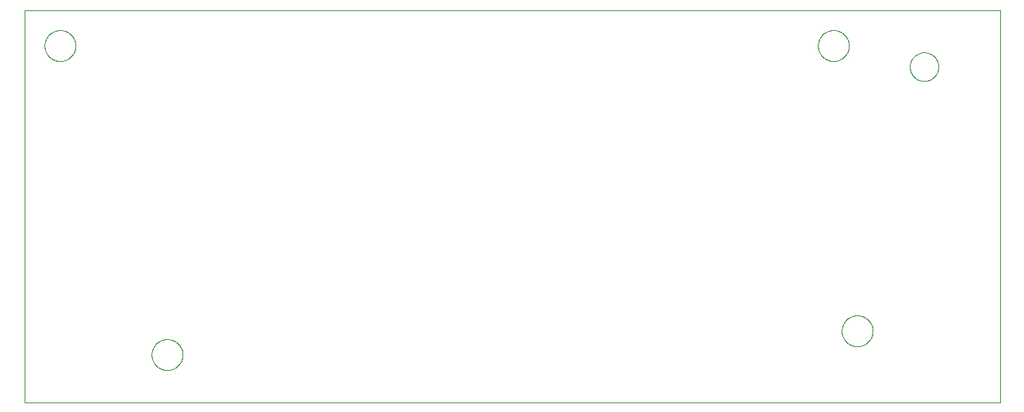
<source format=gko>
G75*
%MOIN*%
%OFA0B0*%
%FSLAX25Y25*%
%IPPOS*%
%LPD*%
%AMOC8*
5,1,8,0,0,1.08239X$1,22.5*
%
%ADD10C,0.00000*%
D10*
X0001000Y0001000D02*
X0001000Y0166000D01*
X0411000Y0166000D01*
X0411000Y0001000D01*
X0001000Y0001000D01*
X0054500Y0021000D02*
X0054502Y0021161D01*
X0054508Y0021321D01*
X0054518Y0021482D01*
X0054532Y0021642D01*
X0054550Y0021802D01*
X0054571Y0021961D01*
X0054597Y0022120D01*
X0054627Y0022278D01*
X0054660Y0022435D01*
X0054698Y0022592D01*
X0054739Y0022747D01*
X0054784Y0022901D01*
X0054833Y0023054D01*
X0054886Y0023206D01*
X0054942Y0023357D01*
X0055003Y0023506D01*
X0055066Y0023654D01*
X0055134Y0023800D01*
X0055205Y0023944D01*
X0055279Y0024086D01*
X0055357Y0024227D01*
X0055439Y0024365D01*
X0055524Y0024502D01*
X0055612Y0024636D01*
X0055704Y0024768D01*
X0055799Y0024898D01*
X0055897Y0025026D01*
X0055998Y0025151D01*
X0056102Y0025273D01*
X0056209Y0025393D01*
X0056319Y0025510D01*
X0056432Y0025625D01*
X0056548Y0025736D01*
X0056667Y0025845D01*
X0056788Y0025950D01*
X0056912Y0026053D01*
X0057038Y0026153D01*
X0057166Y0026249D01*
X0057297Y0026342D01*
X0057431Y0026432D01*
X0057566Y0026519D01*
X0057704Y0026602D01*
X0057843Y0026682D01*
X0057985Y0026758D01*
X0058128Y0026831D01*
X0058273Y0026900D01*
X0058420Y0026966D01*
X0058568Y0027028D01*
X0058718Y0027086D01*
X0058869Y0027141D01*
X0059022Y0027192D01*
X0059176Y0027239D01*
X0059331Y0027282D01*
X0059487Y0027321D01*
X0059643Y0027357D01*
X0059801Y0027388D01*
X0059959Y0027416D01*
X0060118Y0027440D01*
X0060278Y0027460D01*
X0060438Y0027476D01*
X0060598Y0027488D01*
X0060759Y0027496D01*
X0060920Y0027500D01*
X0061080Y0027500D01*
X0061241Y0027496D01*
X0061402Y0027488D01*
X0061562Y0027476D01*
X0061722Y0027460D01*
X0061882Y0027440D01*
X0062041Y0027416D01*
X0062199Y0027388D01*
X0062357Y0027357D01*
X0062513Y0027321D01*
X0062669Y0027282D01*
X0062824Y0027239D01*
X0062978Y0027192D01*
X0063131Y0027141D01*
X0063282Y0027086D01*
X0063432Y0027028D01*
X0063580Y0026966D01*
X0063727Y0026900D01*
X0063872Y0026831D01*
X0064015Y0026758D01*
X0064157Y0026682D01*
X0064296Y0026602D01*
X0064434Y0026519D01*
X0064569Y0026432D01*
X0064703Y0026342D01*
X0064834Y0026249D01*
X0064962Y0026153D01*
X0065088Y0026053D01*
X0065212Y0025950D01*
X0065333Y0025845D01*
X0065452Y0025736D01*
X0065568Y0025625D01*
X0065681Y0025510D01*
X0065791Y0025393D01*
X0065898Y0025273D01*
X0066002Y0025151D01*
X0066103Y0025026D01*
X0066201Y0024898D01*
X0066296Y0024768D01*
X0066388Y0024636D01*
X0066476Y0024502D01*
X0066561Y0024365D01*
X0066643Y0024227D01*
X0066721Y0024086D01*
X0066795Y0023944D01*
X0066866Y0023800D01*
X0066934Y0023654D01*
X0066997Y0023506D01*
X0067058Y0023357D01*
X0067114Y0023206D01*
X0067167Y0023054D01*
X0067216Y0022901D01*
X0067261Y0022747D01*
X0067302Y0022592D01*
X0067340Y0022435D01*
X0067373Y0022278D01*
X0067403Y0022120D01*
X0067429Y0021961D01*
X0067450Y0021802D01*
X0067468Y0021642D01*
X0067482Y0021482D01*
X0067492Y0021321D01*
X0067498Y0021161D01*
X0067500Y0021000D01*
X0067498Y0020839D01*
X0067492Y0020679D01*
X0067482Y0020518D01*
X0067468Y0020358D01*
X0067450Y0020198D01*
X0067429Y0020039D01*
X0067403Y0019880D01*
X0067373Y0019722D01*
X0067340Y0019565D01*
X0067302Y0019408D01*
X0067261Y0019253D01*
X0067216Y0019099D01*
X0067167Y0018946D01*
X0067114Y0018794D01*
X0067058Y0018643D01*
X0066997Y0018494D01*
X0066934Y0018346D01*
X0066866Y0018200D01*
X0066795Y0018056D01*
X0066721Y0017914D01*
X0066643Y0017773D01*
X0066561Y0017635D01*
X0066476Y0017498D01*
X0066388Y0017364D01*
X0066296Y0017232D01*
X0066201Y0017102D01*
X0066103Y0016974D01*
X0066002Y0016849D01*
X0065898Y0016727D01*
X0065791Y0016607D01*
X0065681Y0016490D01*
X0065568Y0016375D01*
X0065452Y0016264D01*
X0065333Y0016155D01*
X0065212Y0016050D01*
X0065088Y0015947D01*
X0064962Y0015847D01*
X0064834Y0015751D01*
X0064703Y0015658D01*
X0064569Y0015568D01*
X0064434Y0015481D01*
X0064296Y0015398D01*
X0064157Y0015318D01*
X0064015Y0015242D01*
X0063872Y0015169D01*
X0063727Y0015100D01*
X0063580Y0015034D01*
X0063432Y0014972D01*
X0063282Y0014914D01*
X0063131Y0014859D01*
X0062978Y0014808D01*
X0062824Y0014761D01*
X0062669Y0014718D01*
X0062513Y0014679D01*
X0062357Y0014643D01*
X0062199Y0014612D01*
X0062041Y0014584D01*
X0061882Y0014560D01*
X0061722Y0014540D01*
X0061562Y0014524D01*
X0061402Y0014512D01*
X0061241Y0014504D01*
X0061080Y0014500D01*
X0060920Y0014500D01*
X0060759Y0014504D01*
X0060598Y0014512D01*
X0060438Y0014524D01*
X0060278Y0014540D01*
X0060118Y0014560D01*
X0059959Y0014584D01*
X0059801Y0014612D01*
X0059643Y0014643D01*
X0059487Y0014679D01*
X0059331Y0014718D01*
X0059176Y0014761D01*
X0059022Y0014808D01*
X0058869Y0014859D01*
X0058718Y0014914D01*
X0058568Y0014972D01*
X0058420Y0015034D01*
X0058273Y0015100D01*
X0058128Y0015169D01*
X0057985Y0015242D01*
X0057843Y0015318D01*
X0057704Y0015398D01*
X0057566Y0015481D01*
X0057431Y0015568D01*
X0057297Y0015658D01*
X0057166Y0015751D01*
X0057038Y0015847D01*
X0056912Y0015947D01*
X0056788Y0016050D01*
X0056667Y0016155D01*
X0056548Y0016264D01*
X0056432Y0016375D01*
X0056319Y0016490D01*
X0056209Y0016607D01*
X0056102Y0016727D01*
X0055998Y0016849D01*
X0055897Y0016974D01*
X0055799Y0017102D01*
X0055704Y0017232D01*
X0055612Y0017364D01*
X0055524Y0017498D01*
X0055439Y0017635D01*
X0055357Y0017773D01*
X0055279Y0017914D01*
X0055205Y0018056D01*
X0055134Y0018200D01*
X0055066Y0018346D01*
X0055003Y0018494D01*
X0054942Y0018643D01*
X0054886Y0018794D01*
X0054833Y0018946D01*
X0054784Y0019099D01*
X0054739Y0019253D01*
X0054698Y0019408D01*
X0054660Y0019565D01*
X0054627Y0019722D01*
X0054597Y0019880D01*
X0054571Y0020039D01*
X0054550Y0020198D01*
X0054532Y0020358D01*
X0054518Y0020518D01*
X0054508Y0020679D01*
X0054502Y0020839D01*
X0054500Y0021000D01*
X0344500Y0031000D02*
X0344502Y0031161D01*
X0344508Y0031321D01*
X0344518Y0031482D01*
X0344532Y0031642D01*
X0344550Y0031802D01*
X0344571Y0031961D01*
X0344597Y0032120D01*
X0344627Y0032278D01*
X0344660Y0032435D01*
X0344698Y0032592D01*
X0344739Y0032747D01*
X0344784Y0032901D01*
X0344833Y0033054D01*
X0344886Y0033206D01*
X0344942Y0033357D01*
X0345003Y0033506D01*
X0345066Y0033654D01*
X0345134Y0033800D01*
X0345205Y0033944D01*
X0345279Y0034086D01*
X0345357Y0034227D01*
X0345439Y0034365D01*
X0345524Y0034502D01*
X0345612Y0034636D01*
X0345704Y0034768D01*
X0345799Y0034898D01*
X0345897Y0035026D01*
X0345998Y0035151D01*
X0346102Y0035273D01*
X0346209Y0035393D01*
X0346319Y0035510D01*
X0346432Y0035625D01*
X0346548Y0035736D01*
X0346667Y0035845D01*
X0346788Y0035950D01*
X0346912Y0036053D01*
X0347038Y0036153D01*
X0347166Y0036249D01*
X0347297Y0036342D01*
X0347431Y0036432D01*
X0347566Y0036519D01*
X0347704Y0036602D01*
X0347843Y0036682D01*
X0347985Y0036758D01*
X0348128Y0036831D01*
X0348273Y0036900D01*
X0348420Y0036966D01*
X0348568Y0037028D01*
X0348718Y0037086D01*
X0348869Y0037141D01*
X0349022Y0037192D01*
X0349176Y0037239D01*
X0349331Y0037282D01*
X0349487Y0037321D01*
X0349643Y0037357D01*
X0349801Y0037388D01*
X0349959Y0037416D01*
X0350118Y0037440D01*
X0350278Y0037460D01*
X0350438Y0037476D01*
X0350598Y0037488D01*
X0350759Y0037496D01*
X0350920Y0037500D01*
X0351080Y0037500D01*
X0351241Y0037496D01*
X0351402Y0037488D01*
X0351562Y0037476D01*
X0351722Y0037460D01*
X0351882Y0037440D01*
X0352041Y0037416D01*
X0352199Y0037388D01*
X0352357Y0037357D01*
X0352513Y0037321D01*
X0352669Y0037282D01*
X0352824Y0037239D01*
X0352978Y0037192D01*
X0353131Y0037141D01*
X0353282Y0037086D01*
X0353432Y0037028D01*
X0353580Y0036966D01*
X0353727Y0036900D01*
X0353872Y0036831D01*
X0354015Y0036758D01*
X0354157Y0036682D01*
X0354296Y0036602D01*
X0354434Y0036519D01*
X0354569Y0036432D01*
X0354703Y0036342D01*
X0354834Y0036249D01*
X0354962Y0036153D01*
X0355088Y0036053D01*
X0355212Y0035950D01*
X0355333Y0035845D01*
X0355452Y0035736D01*
X0355568Y0035625D01*
X0355681Y0035510D01*
X0355791Y0035393D01*
X0355898Y0035273D01*
X0356002Y0035151D01*
X0356103Y0035026D01*
X0356201Y0034898D01*
X0356296Y0034768D01*
X0356388Y0034636D01*
X0356476Y0034502D01*
X0356561Y0034365D01*
X0356643Y0034227D01*
X0356721Y0034086D01*
X0356795Y0033944D01*
X0356866Y0033800D01*
X0356934Y0033654D01*
X0356997Y0033506D01*
X0357058Y0033357D01*
X0357114Y0033206D01*
X0357167Y0033054D01*
X0357216Y0032901D01*
X0357261Y0032747D01*
X0357302Y0032592D01*
X0357340Y0032435D01*
X0357373Y0032278D01*
X0357403Y0032120D01*
X0357429Y0031961D01*
X0357450Y0031802D01*
X0357468Y0031642D01*
X0357482Y0031482D01*
X0357492Y0031321D01*
X0357498Y0031161D01*
X0357500Y0031000D01*
X0357498Y0030839D01*
X0357492Y0030679D01*
X0357482Y0030518D01*
X0357468Y0030358D01*
X0357450Y0030198D01*
X0357429Y0030039D01*
X0357403Y0029880D01*
X0357373Y0029722D01*
X0357340Y0029565D01*
X0357302Y0029408D01*
X0357261Y0029253D01*
X0357216Y0029099D01*
X0357167Y0028946D01*
X0357114Y0028794D01*
X0357058Y0028643D01*
X0356997Y0028494D01*
X0356934Y0028346D01*
X0356866Y0028200D01*
X0356795Y0028056D01*
X0356721Y0027914D01*
X0356643Y0027773D01*
X0356561Y0027635D01*
X0356476Y0027498D01*
X0356388Y0027364D01*
X0356296Y0027232D01*
X0356201Y0027102D01*
X0356103Y0026974D01*
X0356002Y0026849D01*
X0355898Y0026727D01*
X0355791Y0026607D01*
X0355681Y0026490D01*
X0355568Y0026375D01*
X0355452Y0026264D01*
X0355333Y0026155D01*
X0355212Y0026050D01*
X0355088Y0025947D01*
X0354962Y0025847D01*
X0354834Y0025751D01*
X0354703Y0025658D01*
X0354569Y0025568D01*
X0354434Y0025481D01*
X0354296Y0025398D01*
X0354157Y0025318D01*
X0354015Y0025242D01*
X0353872Y0025169D01*
X0353727Y0025100D01*
X0353580Y0025034D01*
X0353432Y0024972D01*
X0353282Y0024914D01*
X0353131Y0024859D01*
X0352978Y0024808D01*
X0352824Y0024761D01*
X0352669Y0024718D01*
X0352513Y0024679D01*
X0352357Y0024643D01*
X0352199Y0024612D01*
X0352041Y0024584D01*
X0351882Y0024560D01*
X0351722Y0024540D01*
X0351562Y0024524D01*
X0351402Y0024512D01*
X0351241Y0024504D01*
X0351080Y0024500D01*
X0350920Y0024500D01*
X0350759Y0024504D01*
X0350598Y0024512D01*
X0350438Y0024524D01*
X0350278Y0024540D01*
X0350118Y0024560D01*
X0349959Y0024584D01*
X0349801Y0024612D01*
X0349643Y0024643D01*
X0349487Y0024679D01*
X0349331Y0024718D01*
X0349176Y0024761D01*
X0349022Y0024808D01*
X0348869Y0024859D01*
X0348718Y0024914D01*
X0348568Y0024972D01*
X0348420Y0025034D01*
X0348273Y0025100D01*
X0348128Y0025169D01*
X0347985Y0025242D01*
X0347843Y0025318D01*
X0347704Y0025398D01*
X0347566Y0025481D01*
X0347431Y0025568D01*
X0347297Y0025658D01*
X0347166Y0025751D01*
X0347038Y0025847D01*
X0346912Y0025947D01*
X0346788Y0026050D01*
X0346667Y0026155D01*
X0346548Y0026264D01*
X0346432Y0026375D01*
X0346319Y0026490D01*
X0346209Y0026607D01*
X0346102Y0026727D01*
X0345998Y0026849D01*
X0345897Y0026974D01*
X0345799Y0027102D01*
X0345704Y0027232D01*
X0345612Y0027364D01*
X0345524Y0027498D01*
X0345439Y0027635D01*
X0345357Y0027773D01*
X0345279Y0027914D01*
X0345205Y0028056D01*
X0345134Y0028200D01*
X0345066Y0028346D01*
X0345003Y0028494D01*
X0344942Y0028643D01*
X0344886Y0028794D01*
X0344833Y0028946D01*
X0344784Y0029099D01*
X0344739Y0029253D01*
X0344698Y0029408D01*
X0344660Y0029565D01*
X0344627Y0029722D01*
X0344597Y0029880D01*
X0344571Y0030039D01*
X0344550Y0030198D01*
X0344532Y0030358D01*
X0344518Y0030518D01*
X0344508Y0030679D01*
X0344502Y0030839D01*
X0344500Y0031000D01*
X0373106Y0142142D02*
X0373108Y0142297D01*
X0373114Y0142451D01*
X0373124Y0142605D01*
X0373138Y0142759D01*
X0373156Y0142913D01*
X0373178Y0143066D01*
X0373203Y0143218D01*
X0373233Y0143370D01*
X0373267Y0143521D01*
X0373304Y0143671D01*
X0373345Y0143820D01*
X0373390Y0143968D01*
X0373439Y0144115D01*
X0373492Y0144260D01*
X0373548Y0144404D01*
X0373608Y0144546D01*
X0373672Y0144687D01*
X0373739Y0144826D01*
X0373810Y0144964D01*
X0373885Y0145099D01*
X0373963Y0145233D01*
X0374044Y0145364D01*
X0374129Y0145494D01*
X0374217Y0145621D01*
X0374308Y0145746D01*
X0374402Y0145868D01*
X0374500Y0145988D01*
X0374600Y0146106D01*
X0374704Y0146220D01*
X0374810Y0146332D01*
X0374920Y0146442D01*
X0375032Y0146548D01*
X0375146Y0146652D01*
X0375264Y0146752D01*
X0375384Y0146850D01*
X0375506Y0146944D01*
X0375631Y0147035D01*
X0375758Y0147123D01*
X0375888Y0147208D01*
X0376019Y0147289D01*
X0376153Y0147367D01*
X0376288Y0147442D01*
X0376426Y0147513D01*
X0376565Y0147580D01*
X0376706Y0147644D01*
X0376848Y0147704D01*
X0376992Y0147760D01*
X0377137Y0147813D01*
X0377284Y0147862D01*
X0377432Y0147907D01*
X0377581Y0147948D01*
X0377731Y0147985D01*
X0377882Y0148019D01*
X0378034Y0148049D01*
X0378186Y0148074D01*
X0378339Y0148096D01*
X0378493Y0148114D01*
X0378647Y0148128D01*
X0378801Y0148138D01*
X0378955Y0148144D01*
X0379110Y0148146D01*
X0379265Y0148144D01*
X0379419Y0148138D01*
X0379573Y0148128D01*
X0379727Y0148114D01*
X0379881Y0148096D01*
X0380034Y0148074D01*
X0380186Y0148049D01*
X0380338Y0148019D01*
X0380489Y0147985D01*
X0380639Y0147948D01*
X0380788Y0147907D01*
X0380936Y0147862D01*
X0381083Y0147813D01*
X0381228Y0147760D01*
X0381372Y0147704D01*
X0381514Y0147644D01*
X0381655Y0147580D01*
X0381794Y0147513D01*
X0381932Y0147442D01*
X0382067Y0147367D01*
X0382201Y0147289D01*
X0382332Y0147208D01*
X0382462Y0147123D01*
X0382589Y0147035D01*
X0382714Y0146944D01*
X0382836Y0146850D01*
X0382956Y0146752D01*
X0383074Y0146652D01*
X0383188Y0146548D01*
X0383300Y0146442D01*
X0383410Y0146332D01*
X0383516Y0146220D01*
X0383620Y0146106D01*
X0383720Y0145988D01*
X0383818Y0145868D01*
X0383912Y0145746D01*
X0384003Y0145621D01*
X0384091Y0145494D01*
X0384176Y0145364D01*
X0384257Y0145233D01*
X0384335Y0145099D01*
X0384410Y0144964D01*
X0384481Y0144826D01*
X0384548Y0144687D01*
X0384612Y0144546D01*
X0384672Y0144404D01*
X0384728Y0144260D01*
X0384781Y0144115D01*
X0384830Y0143968D01*
X0384875Y0143820D01*
X0384916Y0143671D01*
X0384953Y0143521D01*
X0384987Y0143370D01*
X0385017Y0143218D01*
X0385042Y0143066D01*
X0385064Y0142913D01*
X0385082Y0142759D01*
X0385096Y0142605D01*
X0385106Y0142451D01*
X0385112Y0142297D01*
X0385114Y0142142D01*
X0385112Y0141987D01*
X0385106Y0141833D01*
X0385096Y0141679D01*
X0385082Y0141525D01*
X0385064Y0141371D01*
X0385042Y0141218D01*
X0385017Y0141066D01*
X0384987Y0140914D01*
X0384953Y0140763D01*
X0384916Y0140613D01*
X0384875Y0140464D01*
X0384830Y0140316D01*
X0384781Y0140169D01*
X0384728Y0140024D01*
X0384672Y0139880D01*
X0384612Y0139738D01*
X0384548Y0139597D01*
X0384481Y0139458D01*
X0384410Y0139320D01*
X0384335Y0139185D01*
X0384257Y0139051D01*
X0384176Y0138920D01*
X0384091Y0138790D01*
X0384003Y0138663D01*
X0383912Y0138538D01*
X0383818Y0138416D01*
X0383720Y0138296D01*
X0383620Y0138178D01*
X0383516Y0138064D01*
X0383410Y0137952D01*
X0383300Y0137842D01*
X0383188Y0137736D01*
X0383074Y0137632D01*
X0382956Y0137532D01*
X0382836Y0137434D01*
X0382714Y0137340D01*
X0382589Y0137249D01*
X0382462Y0137161D01*
X0382332Y0137076D01*
X0382201Y0136995D01*
X0382067Y0136917D01*
X0381932Y0136842D01*
X0381794Y0136771D01*
X0381655Y0136704D01*
X0381514Y0136640D01*
X0381372Y0136580D01*
X0381228Y0136524D01*
X0381083Y0136471D01*
X0380936Y0136422D01*
X0380788Y0136377D01*
X0380639Y0136336D01*
X0380489Y0136299D01*
X0380338Y0136265D01*
X0380186Y0136235D01*
X0380034Y0136210D01*
X0379881Y0136188D01*
X0379727Y0136170D01*
X0379573Y0136156D01*
X0379419Y0136146D01*
X0379265Y0136140D01*
X0379110Y0136138D01*
X0378955Y0136140D01*
X0378801Y0136146D01*
X0378647Y0136156D01*
X0378493Y0136170D01*
X0378339Y0136188D01*
X0378186Y0136210D01*
X0378034Y0136235D01*
X0377882Y0136265D01*
X0377731Y0136299D01*
X0377581Y0136336D01*
X0377432Y0136377D01*
X0377284Y0136422D01*
X0377137Y0136471D01*
X0376992Y0136524D01*
X0376848Y0136580D01*
X0376706Y0136640D01*
X0376565Y0136704D01*
X0376426Y0136771D01*
X0376288Y0136842D01*
X0376153Y0136917D01*
X0376019Y0136995D01*
X0375888Y0137076D01*
X0375758Y0137161D01*
X0375631Y0137249D01*
X0375506Y0137340D01*
X0375384Y0137434D01*
X0375264Y0137532D01*
X0375146Y0137632D01*
X0375032Y0137736D01*
X0374920Y0137842D01*
X0374810Y0137952D01*
X0374704Y0138064D01*
X0374600Y0138178D01*
X0374500Y0138296D01*
X0374402Y0138416D01*
X0374308Y0138538D01*
X0374217Y0138663D01*
X0374129Y0138790D01*
X0374044Y0138920D01*
X0373963Y0139051D01*
X0373885Y0139185D01*
X0373810Y0139320D01*
X0373739Y0139458D01*
X0373672Y0139597D01*
X0373608Y0139738D01*
X0373548Y0139880D01*
X0373492Y0140024D01*
X0373439Y0140169D01*
X0373390Y0140316D01*
X0373345Y0140464D01*
X0373304Y0140613D01*
X0373267Y0140763D01*
X0373233Y0140914D01*
X0373203Y0141066D01*
X0373178Y0141218D01*
X0373156Y0141371D01*
X0373138Y0141525D01*
X0373124Y0141679D01*
X0373114Y0141833D01*
X0373108Y0141987D01*
X0373106Y0142142D01*
X0334500Y0151000D02*
X0334502Y0151161D01*
X0334508Y0151321D01*
X0334518Y0151482D01*
X0334532Y0151642D01*
X0334550Y0151802D01*
X0334571Y0151961D01*
X0334597Y0152120D01*
X0334627Y0152278D01*
X0334660Y0152435D01*
X0334698Y0152592D01*
X0334739Y0152747D01*
X0334784Y0152901D01*
X0334833Y0153054D01*
X0334886Y0153206D01*
X0334942Y0153357D01*
X0335003Y0153506D01*
X0335066Y0153654D01*
X0335134Y0153800D01*
X0335205Y0153944D01*
X0335279Y0154086D01*
X0335357Y0154227D01*
X0335439Y0154365D01*
X0335524Y0154502D01*
X0335612Y0154636D01*
X0335704Y0154768D01*
X0335799Y0154898D01*
X0335897Y0155026D01*
X0335998Y0155151D01*
X0336102Y0155273D01*
X0336209Y0155393D01*
X0336319Y0155510D01*
X0336432Y0155625D01*
X0336548Y0155736D01*
X0336667Y0155845D01*
X0336788Y0155950D01*
X0336912Y0156053D01*
X0337038Y0156153D01*
X0337166Y0156249D01*
X0337297Y0156342D01*
X0337431Y0156432D01*
X0337566Y0156519D01*
X0337704Y0156602D01*
X0337843Y0156682D01*
X0337985Y0156758D01*
X0338128Y0156831D01*
X0338273Y0156900D01*
X0338420Y0156966D01*
X0338568Y0157028D01*
X0338718Y0157086D01*
X0338869Y0157141D01*
X0339022Y0157192D01*
X0339176Y0157239D01*
X0339331Y0157282D01*
X0339487Y0157321D01*
X0339643Y0157357D01*
X0339801Y0157388D01*
X0339959Y0157416D01*
X0340118Y0157440D01*
X0340278Y0157460D01*
X0340438Y0157476D01*
X0340598Y0157488D01*
X0340759Y0157496D01*
X0340920Y0157500D01*
X0341080Y0157500D01*
X0341241Y0157496D01*
X0341402Y0157488D01*
X0341562Y0157476D01*
X0341722Y0157460D01*
X0341882Y0157440D01*
X0342041Y0157416D01*
X0342199Y0157388D01*
X0342357Y0157357D01*
X0342513Y0157321D01*
X0342669Y0157282D01*
X0342824Y0157239D01*
X0342978Y0157192D01*
X0343131Y0157141D01*
X0343282Y0157086D01*
X0343432Y0157028D01*
X0343580Y0156966D01*
X0343727Y0156900D01*
X0343872Y0156831D01*
X0344015Y0156758D01*
X0344157Y0156682D01*
X0344296Y0156602D01*
X0344434Y0156519D01*
X0344569Y0156432D01*
X0344703Y0156342D01*
X0344834Y0156249D01*
X0344962Y0156153D01*
X0345088Y0156053D01*
X0345212Y0155950D01*
X0345333Y0155845D01*
X0345452Y0155736D01*
X0345568Y0155625D01*
X0345681Y0155510D01*
X0345791Y0155393D01*
X0345898Y0155273D01*
X0346002Y0155151D01*
X0346103Y0155026D01*
X0346201Y0154898D01*
X0346296Y0154768D01*
X0346388Y0154636D01*
X0346476Y0154502D01*
X0346561Y0154365D01*
X0346643Y0154227D01*
X0346721Y0154086D01*
X0346795Y0153944D01*
X0346866Y0153800D01*
X0346934Y0153654D01*
X0346997Y0153506D01*
X0347058Y0153357D01*
X0347114Y0153206D01*
X0347167Y0153054D01*
X0347216Y0152901D01*
X0347261Y0152747D01*
X0347302Y0152592D01*
X0347340Y0152435D01*
X0347373Y0152278D01*
X0347403Y0152120D01*
X0347429Y0151961D01*
X0347450Y0151802D01*
X0347468Y0151642D01*
X0347482Y0151482D01*
X0347492Y0151321D01*
X0347498Y0151161D01*
X0347500Y0151000D01*
X0347498Y0150839D01*
X0347492Y0150679D01*
X0347482Y0150518D01*
X0347468Y0150358D01*
X0347450Y0150198D01*
X0347429Y0150039D01*
X0347403Y0149880D01*
X0347373Y0149722D01*
X0347340Y0149565D01*
X0347302Y0149408D01*
X0347261Y0149253D01*
X0347216Y0149099D01*
X0347167Y0148946D01*
X0347114Y0148794D01*
X0347058Y0148643D01*
X0346997Y0148494D01*
X0346934Y0148346D01*
X0346866Y0148200D01*
X0346795Y0148056D01*
X0346721Y0147914D01*
X0346643Y0147773D01*
X0346561Y0147635D01*
X0346476Y0147498D01*
X0346388Y0147364D01*
X0346296Y0147232D01*
X0346201Y0147102D01*
X0346103Y0146974D01*
X0346002Y0146849D01*
X0345898Y0146727D01*
X0345791Y0146607D01*
X0345681Y0146490D01*
X0345568Y0146375D01*
X0345452Y0146264D01*
X0345333Y0146155D01*
X0345212Y0146050D01*
X0345088Y0145947D01*
X0344962Y0145847D01*
X0344834Y0145751D01*
X0344703Y0145658D01*
X0344569Y0145568D01*
X0344434Y0145481D01*
X0344296Y0145398D01*
X0344157Y0145318D01*
X0344015Y0145242D01*
X0343872Y0145169D01*
X0343727Y0145100D01*
X0343580Y0145034D01*
X0343432Y0144972D01*
X0343282Y0144914D01*
X0343131Y0144859D01*
X0342978Y0144808D01*
X0342824Y0144761D01*
X0342669Y0144718D01*
X0342513Y0144679D01*
X0342357Y0144643D01*
X0342199Y0144612D01*
X0342041Y0144584D01*
X0341882Y0144560D01*
X0341722Y0144540D01*
X0341562Y0144524D01*
X0341402Y0144512D01*
X0341241Y0144504D01*
X0341080Y0144500D01*
X0340920Y0144500D01*
X0340759Y0144504D01*
X0340598Y0144512D01*
X0340438Y0144524D01*
X0340278Y0144540D01*
X0340118Y0144560D01*
X0339959Y0144584D01*
X0339801Y0144612D01*
X0339643Y0144643D01*
X0339487Y0144679D01*
X0339331Y0144718D01*
X0339176Y0144761D01*
X0339022Y0144808D01*
X0338869Y0144859D01*
X0338718Y0144914D01*
X0338568Y0144972D01*
X0338420Y0145034D01*
X0338273Y0145100D01*
X0338128Y0145169D01*
X0337985Y0145242D01*
X0337843Y0145318D01*
X0337704Y0145398D01*
X0337566Y0145481D01*
X0337431Y0145568D01*
X0337297Y0145658D01*
X0337166Y0145751D01*
X0337038Y0145847D01*
X0336912Y0145947D01*
X0336788Y0146050D01*
X0336667Y0146155D01*
X0336548Y0146264D01*
X0336432Y0146375D01*
X0336319Y0146490D01*
X0336209Y0146607D01*
X0336102Y0146727D01*
X0335998Y0146849D01*
X0335897Y0146974D01*
X0335799Y0147102D01*
X0335704Y0147232D01*
X0335612Y0147364D01*
X0335524Y0147498D01*
X0335439Y0147635D01*
X0335357Y0147773D01*
X0335279Y0147914D01*
X0335205Y0148056D01*
X0335134Y0148200D01*
X0335066Y0148346D01*
X0335003Y0148494D01*
X0334942Y0148643D01*
X0334886Y0148794D01*
X0334833Y0148946D01*
X0334784Y0149099D01*
X0334739Y0149253D01*
X0334698Y0149408D01*
X0334660Y0149565D01*
X0334627Y0149722D01*
X0334597Y0149880D01*
X0334571Y0150039D01*
X0334550Y0150198D01*
X0334532Y0150358D01*
X0334518Y0150518D01*
X0334508Y0150679D01*
X0334502Y0150839D01*
X0334500Y0151000D01*
X0009500Y0151000D02*
X0009502Y0151161D01*
X0009508Y0151321D01*
X0009518Y0151482D01*
X0009532Y0151642D01*
X0009550Y0151802D01*
X0009571Y0151961D01*
X0009597Y0152120D01*
X0009627Y0152278D01*
X0009660Y0152435D01*
X0009698Y0152592D01*
X0009739Y0152747D01*
X0009784Y0152901D01*
X0009833Y0153054D01*
X0009886Y0153206D01*
X0009942Y0153357D01*
X0010003Y0153506D01*
X0010066Y0153654D01*
X0010134Y0153800D01*
X0010205Y0153944D01*
X0010279Y0154086D01*
X0010357Y0154227D01*
X0010439Y0154365D01*
X0010524Y0154502D01*
X0010612Y0154636D01*
X0010704Y0154768D01*
X0010799Y0154898D01*
X0010897Y0155026D01*
X0010998Y0155151D01*
X0011102Y0155273D01*
X0011209Y0155393D01*
X0011319Y0155510D01*
X0011432Y0155625D01*
X0011548Y0155736D01*
X0011667Y0155845D01*
X0011788Y0155950D01*
X0011912Y0156053D01*
X0012038Y0156153D01*
X0012166Y0156249D01*
X0012297Y0156342D01*
X0012431Y0156432D01*
X0012566Y0156519D01*
X0012704Y0156602D01*
X0012843Y0156682D01*
X0012985Y0156758D01*
X0013128Y0156831D01*
X0013273Y0156900D01*
X0013420Y0156966D01*
X0013568Y0157028D01*
X0013718Y0157086D01*
X0013869Y0157141D01*
X0014022Y0157192D01*
X0014176Y0157239D01*
X0014331Y0157282D01*
X0014487Y0157321D01*
X0014643Y0157357D01*
X0014801Y0157388D01*
X0014959Y0157416D01*
X0015118Y0157440D01*
X0015278Y0157460D01*
X0015438Y0157476D01*
X0015598Y0157488D01*
X0015759Y0157496D01*
X0015920Y0157500D01*
X0016080Y0157500D01*
X0016241Y0157496D01*
X0016402Y0157488D01*
X0016562Y0157476D01*
X0016722Y0157460D01*
X0016882Y0157440D01*
X0017041Y0157416D01*
X0017199Y0157388D01*
X0017357Y0157357D01*
X0017513Y0157321D01*
X0017669Y0157282D01*
X0017824Y0157239D01*
X0017978Y0157192D01*
X0018131Y0157141D01*
X0018282Y0157086D01*
X0018432Y0157028D01*
X0018580Y0156966D01*
X0018727Y0156900D01*
X0018872Y0156831D01*
X0019015Y0156758D01*
X0019157Y0156682D01*
X0019296Y0156602D01*
X0019434Y0156519D01*
X0019569Y0156432D01*
X0019703Y0156342D01*
X0019834Y0156249D01*
X0019962Y0156153D01*
X0020088Y0156053D01*
X0020212Y0155950D01*
X0020333Y0155845D01*
X0020452Y0155736D01*
X0020568Y0155625D01*
X0020681Y0155510D01*
X0020791Y0155393D01*
X0020898Y0155273D01*
X0021002Y0155151D01*
X0021103Y0155026D01*
X0021201Y0154898D01*
X0021296Y0154768D01*
X0021388Y0154636D01*
X0021476Y0154502D01*
X0021561Y0154365D01*
X0021643Y0154227D01*
X0021721Y0154086D01*
X0021795Y0153944D01*
X0021866Y0153800D01*
X0021934Y0153654D01*
X0021997Y0153506D01*
X0022058Y0153357D01*
X0022114Y0153206D01*
X0022167Y0153054D01*
X0022216Y0152901D01*
X0022261Y0152747D01*
X0022302Y0152592D01*
X0022340Y0152435D01*
X0022373Y0152278D01*
X0022403Y0152120D01*
X0022429Y0151961D01*
X0022450Y0151802D01*
X0022468Y0151642D01*
X0022482Y0151482D01*
X0022492Y0151321D01*
X0022498Y0151161D01*
X0022500Y0151000D01*
X0022498Y0150839D01*
X0022492Y0150679D01*
X0022482Y0150518D01*
X0022468Y0150358D01*
X0022450Y0150198D01*
X0022429Y0150039D01*
X0022403Y0149880D01*
X0022373Y0149722D01*
X0022340Y0149565D01*
X0022302Y0149408D01*
X0022261Y0149253D01*
X0022216Y0149099D01*
X0022167Y0148946D01*
X0022114Y0148794D01*
X0022058Y0148643D01*
X0021997Y0148494D01*
X0021934Y0148346D01*
X0021866Y0148200D01*
X0021795Y0148056D01*
X0021721Y0147914D01*
X0021643Y0147773D01*
X0021561Y0147635D01*
X0021476Y0147498D01*
X0021388Y0147364D01*
X0021296Y0147232D01*
X0021201Y0147102D01*
X0021103Y0146974D01*
X0021002Y0146849D01*
X0020898Y0146727D01*
X0020791Y0146607D01*
X0020681Y0146490D01*
X0020568Y0146375D01*
X0020452Y0146264D01*
X0020333Y0146155D01*
X0020212Y0146050D01*
X0020088Y0145947D01*
X0019962Y0145847D01*
X0019834Y0145751D01*
X0019703Y0145658D01*
X0019569Y0145568D01*
X0019434Y0145481D01*
X0019296Y0145398D01*
X0019157Y0145318D01*
X0019015Y0145242D01*
X0018872Y0145169D01*
X0018727Y0145100D01*
X0018580Y0145034D01*
X0018432Y0144972D01*
X0018282Y0144914D01*
X0018131Y0144859D01*
X0017978Y0144808D01*
X0017824Y0144761D01*
X0017669Y0144718D01*
X0017513Y0144679D01*
X0017357Y0144643D01*
X0017199Y0144612D01*
X0017041Y0144584D01*
X0016882Y0144560D01*
X0016722Y0144540D01*
X0016562Y0144524D01*
X0016402Y0144512D01*
X0016241Y0144504D01*
X0016080Y0144500D01*
X0015920Y0144500D01*
X0015759Y0144504D01*
X0015598Y0144512D01*
X0015438Y0144524D01*
X0015278Y0144540D01*
X0015118Y0144560D01*
X0014959Y0144584D01*
X0014801Y0144612D01*
X0014643Y0144643D01*
X0014487Y0144679D01*
X0014331Y0144718D01*
X0014176Y0144761D01*
X0014022Y0144808D01*
X0013869Y0144859D01*
X0013718Y0144914D01*
X0013568Y0144972D01*
X0013420Y0145034D01*
X0013273Y0145100D01*
X0013128Y0145169D01*
X0012985Y0145242D01*
X0012843Y0145318D01*
X0012704Y0145398D01*
X0012566Y0145481D01*
X0012431Y0145568D01*
X0012297Y0145658D01*
X0012166Y0145751D01*
X0012038Y0145847D01*
X0011912Y0145947D01*
X0011788Y0146050D01*
X0011667Y0146155D01*
X0011548Y0146264D01*
X0011432Y0146375D01*
X0011319Y0146490D01*
X0011209Y0146607D01*
X0011102Y0146727D01*
X0010998Y0146849D01*
X0010897Y0146974D01*
X0010799Y0147102D01*
X0010704Y0147232D01*
X0010612Y0147364D01*
X0010524Y0147498D01*
X0010439Y0147635D01*
X0010357Y0147773D01*
X0010279Y0147914D01*
X0010205Y0148056D01*
X0010134Y0148200D01*
X0010066Y0148346D01*
X0010003Y0148494D01*
X0009942Y0148643D01*
X0009886Y0148794D01*
X0009833Y0148946D01*
X0009784Y0149099D01*
X0009739Y0149253D01*
X0009698Y0149408D01*
X0009660Y0149565D01*
X0009627Y0149722D01*
X0009597Y0149880D01*
X0009571Y0150039D01*
X0009550Y0150198D01*
X0009532Y0150358D01*
X0009518Y0150518D01*
X0009508Y0150679D01*
X0009502Y0150839D01*
X0009500Y0151000D01*
M02*

</source>
